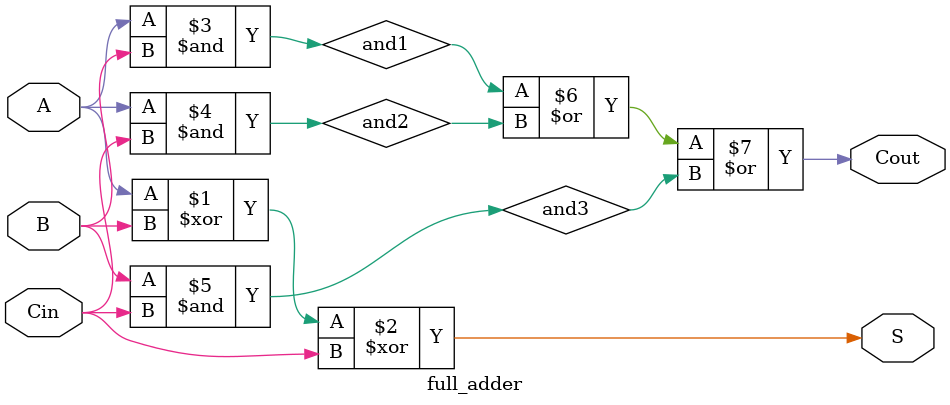
<source format=v>

module full_adder(S, Cout, A, B, Cin);

input A, B, Cin;
output S, Cout;
wire and1, and2, and3;

xor xor_gate(S, A, B, Cin);

and and1_gate(and1, A, B);
and and2_gate(and2, A, Cin);
and and3_gate(and3, B, Cin);

or or_gate(Cout, and1, and2, and3);

endmodule
</source>
